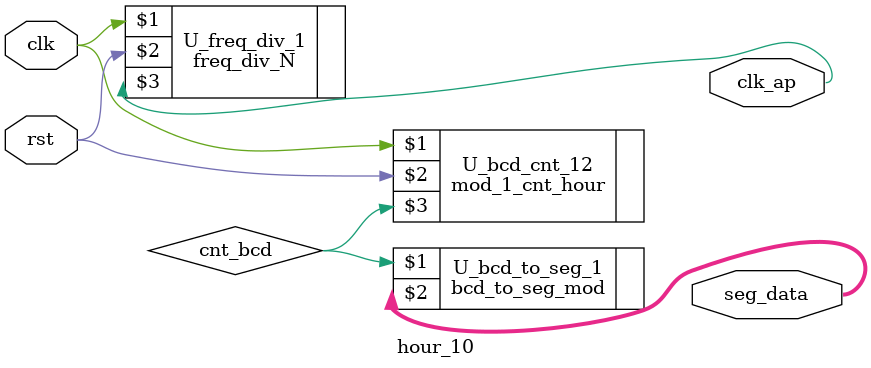
<source format=v>
module hour_10(clk, rst, clk_ap, seg_data);
input clk, rst;
output [7:0] seg_data;
output clk_ap;

wire cnt_bcd;

mod_1_cnt_hour U_bcd_cnt_12 (clk, rst, cnt_bcd);

bcd_to_seg_mod U_bcd_to_seg_1 (cnt_bcd, seg_data);

  freq_div_N #(12) U_freq_div_1 (clk, rst, clk_ap);
endmodule

</source>
